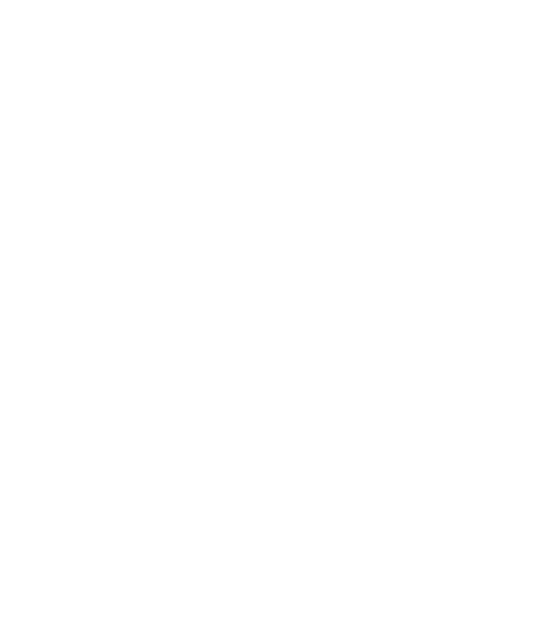
<source format=gtp>
G04*
G04 #@! TF.GenerationSoftware,Altium Limited,Altium Designer,24.0.1 (36)*
G04*
G04 Layer_Color=8421504*
%FSLAX44Y44*%
%MOMM*%
G71*
G04*
G04 #@! TF.SameCoordinates,0A1429B2-28BD-4406-9712-C9141F762160*
G04*
G04*
G04 #@! TF.FilePolarity,Positive*
G04*
G01*
G75*
D11*
X1229750Y526150D02*
D03*
Y538850D02*
D03*
Y551550D02*
D03*
Y564250D02*
D03*
Y602350D02*
D03*
Y589650D02*
D03*
Y576950D02*
D03*
Y615050D02*
D03*
Y627750D02*
D03*
Y640450D02*
D03*
Y653150D02*
D03*
Y665850D02*
D03*
Y703950D02*
D03*
Y691250D02*
D03*
Y678550D02*
D03*
Y716650D02*
D03*
Y729350D02*
D03*
Y742050D02*
D03*
Y754750D02*
D03*
Y767450D02*
D03*
X1268750Y526150D02*
D03*
Y538850D02*
D03*
Y551550D02*
D03*
Y564250D02*
D03*
Y602350D02*
D03*
Y589650D02*
D03*
Y576950D02*
D03*
Y615050D02*
D03*
Y627750D02*
D03*
Y640450D02*
D03*
Y653150D02*
D03*
Y665850D02*
D03*
Y703950D02*
D03*
Y691250D02*
D03*
Y678550D02*
D03*
Y716650D02*
D03*
Y729350D02*
D03*
Y742050D02*
D03*
Y754750D02*
D03*
Y767450D02*
D03*
X838750Y526100D02*
D03*
Y538800D02*
D03*
Y551500D02*
D03*
Y564200D02*
D03*
Y602300D02*
D03*
Y589600D02*
D03*
Y576900D02*
D03*
Y615000D02*
D03*
Y627700D02*
D03*
Y640400D02*
D03*
Y653100D02*
D03*
Y665800D02*
D03*
Y703900D02*
D03*
Y691200D02*
D03*
Y678500D02*
D03*
Y716600D02*
D03*
Y729300D02*
D03*
Y742000D02*
D03*
Y754700D02*
D03*
Y767400D02*
D03*
X877750Y526100D02*
D03*
Y538800D02*
D03*
Y551500D02*
D03*
Y564200D02*
D03*
Y602300D02*
D03*
Y589600D02*
D03*
Y576900D02*
D03*
Y615000D02*
D03*
Y627700D02*
D03*
Y640400D02*
D03*
Y653100D02*
D03*
Y665800D02*
D03*
Y703900D02*
D03*
Y691200D02*
D03*
Y678500D02*
D03*
Y716600D02*
D03*
Y729300D02*
D03*
Y742000D02*
D03*
Y754700D02*
D03*
Y767400D02*
D03*
X1229750Y794750D02*
D03*
Y807450D02*
D03*
Y820150D02*
D03*
Y832850D02*
D03*
Y870950D02*
D03*
Y858250D02*
D03*
Y845550D02*
D03*
Y883650D02*
D03*
Y896350D02*
D03*
Y909050D02*
D03*
Y921750D02*
D03*
Y934450D02*
D03*
Y972550D02*
D03*
Y959850D02*
D03*
Y947150D02*
D03*
Y985250D02*
D03*
Y997950D02*
D03*
Y1010650D02*
D03*
Y1023350D02*
D03*
Y1036050D02*
D03*
X1268750Y794750D02*
D03*
Y807450D02*
D03*
Y820150D02*
D03*
Y832850D02*
D03*
Y870950D02*
D03*
Y858250D02*
D03*
Y845550D02*
D03*
Y883650D02*
D03*
Y896350D02*
D03*
Y909050D02*
D03*
Y921750D02*
D03*
Y934450D02*
D03*
Y972550D02*
D03*
Y959850D02*
D03*
Y947150D02*
D03*
Y985250D02*
D03*
Y997950D02*
D03*
Y1010650D02*
D03*
Y1023350D02*
D03*
Y1036050D02*
D03*
X838500Y794750D02*
D03*
Y807450D02*
D03*
Y820150D02*
D03*
Y832850D02*
D03*
Y870950D02*
D03*
Y858250D02*
D03*
Y845550D02*
D03*
Y883650D02*
D03*
Y896350D02*
D03*
Y909050D02*
D03*
Y921750D02*
D03*
Y934450D02*
D03*
Y972550D02*
D03*
Y959850D02*
D03*
Y947150D02*
D03*
Y985250D02*
D03*
Y997950D02*
D03*
Y1010650D02*
D03*
Y1023350D02*
D03*
Y1036050D02*
D03*
X877500Y794750D02*
D03*
Y807450D02*
D03*
Y820150D02*
D03*
Y832850D02*
D03*
Y870950D02*
D03*
Y858250D02*
D03*
Y845550D02*
D03*
Y883650D02*
D03*
Y896350D02*
D03*
Y909050D02*
D03*
Y921750D02*
D03*
Y934450D02*
D03*
Y972550D02*
D03*
Y959850D02*
D03*
Y947150D02*
D03*
Y985250D02*
D03*
Y997950D02*
D03*
Y1010650D02*
D03*
Y1023350D02*
D03*
Y1036050D02*
D03*
M02*

</source>
